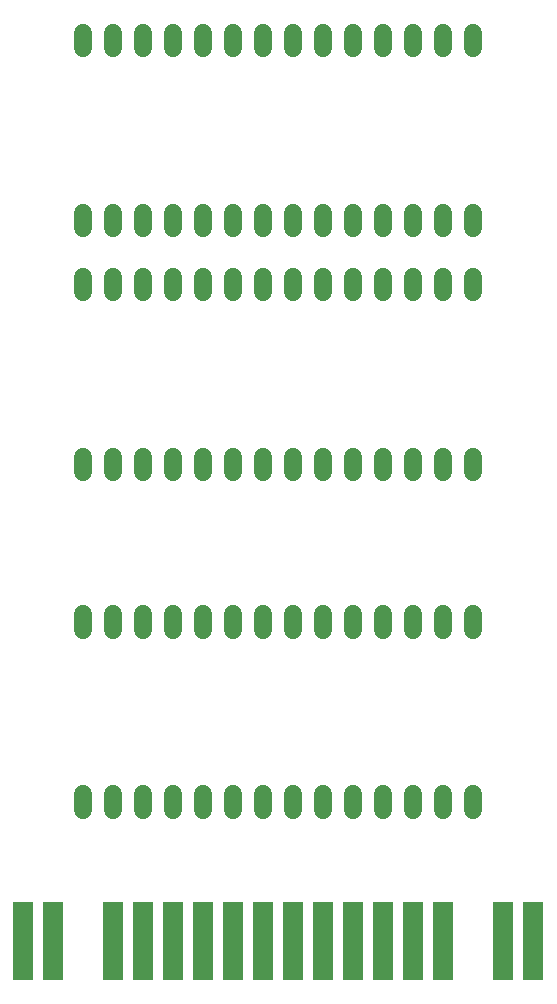
<source format=gts>
G75*
%MOIN*%
%OFA0B0*%
%FSLAX24Y24*%
%IPPOS*%
%LPD*%
%AMOC8*
5,1,8,0,0,1.08239X$1,22.5*
%
%ADD10R,0.0680X0.2630*%
%ADD11C,0.0600*%
D10*
X000930Y003800D03*
X001930Y003800D03*
X003930Y003800D03*
X004930Y003800D03*
X005930Y003800D03*
X006930Y003800D03*
X007930Y003800D03*
X008930Y003800D03*
X009930Y003800D03*
X010930Y003800D03*
X011930Y003800D03*
X012930Y003800D03*
X013930Y003800D03*
X014930Y003800D03*
X016930Y003800D03*
X017930Y003800D03*
D11*
X015930Y008165D02*
X015930Y008685D01*
X014930Y008685D02*
X014930Y008165D01*
X013930Y008165D02*
X013930Y008685D01*
X012930Y008685D02*
X012930Y008165D01*
X011930Y008165D02*
X011930Y008685D01*
X010930Y008685D02*
X010930Y008165D01*
X009930Y008165D02*
X009930Y008685D01*
X008930Y008685D02*
X008930Y008165D01*
X007930Y008165D02*
X007930Y008685D01*
X006930Y008685D02*
X006930Y008165D01*
X005930Y008165D02*
X005930Y008685D01*
X004930Y008685D02*
X004930Y008165D01*
X003930Y008165D02*
X003930Y008685D01*
X002930Y008685D02*
X002930Y008165D01*
X002930Y014165D02*
X002930Y014685D01*
X003930Y014685D02*
X003930Y014165D01*
X004930Y014165D02*
X004930Y014685D01*
X005930Y014685D02*
X005930Y014165D01*
X006930Y014165D02*
X006930Y014685D01*
X007930Y014685D02*
X007930Y014165D01*
X008930Y014165D02*
X008930Y014685D01*
X009930Y014685D02*
X009930Y014165D01*
X010930Y014165D02*
X010930Y014685D01*
X011930Y014685D02*
X011930Y014165D01*
X012930Y014165D02*
X012930Y014685D01*
X013930Y014685D02*
X013930Y014165D01*
X014930Y014165D02*
X014930Y014685D01*
X015930Y014685D02*
X015930Y014165D01*
X015930Y019415D02*
X015930Y019935D01*
X014930Y019935D02*
X014930Y019415D01*
X013930Y019415D02*
X013930Y019935D01*
X012930Y019935D02*
X012930Y019415D01*
X011930Y019415D02*
X011930Y019935D01*
X010930Y019935D02*
X010930Y019415D01*
X009930Y019415D02*
X009930Y019935D01*
X008930Y019935D02*
X008930Y019415D01*
X007930Y019415D02*
X007930Y019935D01*
X006930Y019935D02*
X006930Y019415D01*
X005930Y019415D02*
X005930Y019935D01*
X004930Y019935D02*
X004930Y019415D01*
X003930Y019415D02*
X003930Y019935D01*
X002930Y019935D02*
X002930Y019415D01*
X002930Y025415D02*
X002930Y025935D01*
X003930Y025935D02*
X003930Y025415D01*
X004930Y025415D02*
X004930Y025935D01*
X004930Y027540D02*
X004930Y028060D01*
X003930Y028060D02*
X003930Y027540D01*
X002930Y027540D02*
X002930Y028060D01*
X005930Y028060D02*
X005930Y027540D01*
X006930Y027540D02*
X006930Y028060D01*
X007930Y028060D02*
X007930Y027540D01*
X007930Y025935D02*
X007930Y025415D01*
X006930Y025415D02*
X006930Y025935D01*
X005930Y025935D02*
X005930Y025415D01*
X008930Y025415D02*
X008930Y025935D01*
X009930Y025935D02*
X009930Y025415D01*
X010930Y025415D02*
X010930Y025935D01*
X011930Y025935D02*
X011930Y025415D01*
X012930Y025415D02*
X012930Y025935D01*
X013930Y025935D02*
X013930Y025415D01*
X014930Y025415D02*
X014930Y025935D01*
X015930Y025935D02*
X015930Y025415D01*
X015930Y027540D02*
X015930Y028060D01*
X014930Y028060D02*
X014930Y027540D01*
X013930Y027540D02*
X013930Y028060D01*
X012930Y028060D02*
X012930Y027540D01*
X011930Y027540D02*
X011930Y028060D01*
X010930Y028060D02*
X010930Y027540D01*
X009930Y027540D02*
X009930Y028060D01*
X008930Y028060D02*
X008930Y027540D01*
X008930Y033540D02*
X008930Y034060D01*
X009930Y034060D02*
X009930Y033540D01*
X010930Y033540D02*
X010930Y034060D01*
X011930Y034060D02*
X011930Y033540D01*
X012930Y033540D02*
X012930Y034060D01*
X013930Y034060D02*
X013930Y033540D01*
X014930Y033540D02*
X014930Y034060D01*
X015930Y034060D02*
X015930Y033540D01*
X007930Y033540D02*
X007930Y034060D01*
X006930Y034060D02*
X006930Y033540D01*
X005930Y033540D02*
X005930Y034060D01*
X004930Y034060D02*
X004930Y033540D01*
X003930Y033540D02*
X003930Y034060D01*
X002930Y034060D02*
X002930Y033540D01*
M02*

</source>
